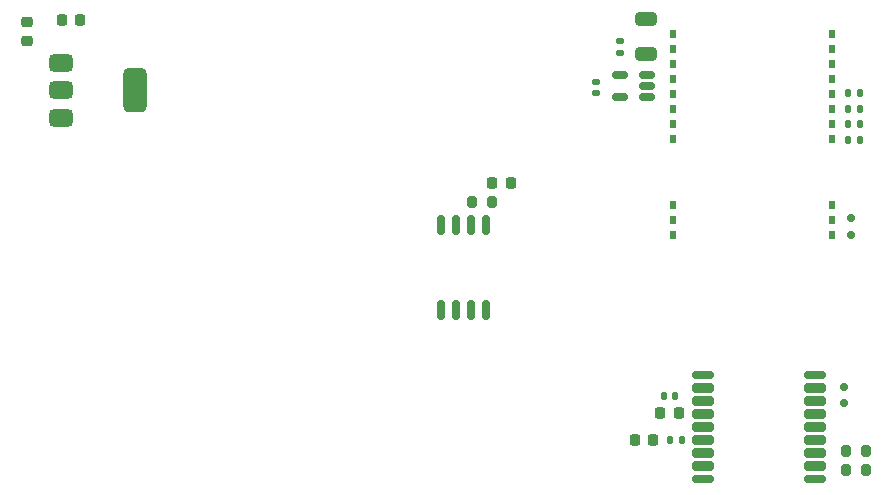
<source format=gbr>
%TF.GenerationSoftware,KiCad,Pcbnew,9.0.6*%
%TF.CreationDate,2026-01-10T10:28:34+02:00*%
%TF.ProjectId,flight_comp,666c6967-6874-45f6-936f-6d702e6b6963,rev?*%
%TF.SameCoordinates,Original*%
%TF.FileFunction,Paste,Bot*%
%TF.FilePolarity,Positive*%
%FSLAX46Y46*%
G04 Gerber Fmt 4.6, Leading zero omitted, Abs format (unit mm)*
G04 Created by KiCad (PCBNEW 9.0.6) date 2026-01-10 10:28:34*
%MOMM*%
%LPD*%
G01*
G04 APERTURE LIST*
G04 Aperture macros list*
%AMRoundRect*
0 Rectangle with rounded corners*
0 $1 Rounding radius*
0 $2 $3 $4 $5 $6 $7 $8 $9 X,Y pos of 4 corners*
0 Add a 4 corners polygon primitive as box body*
4,1,4,$2,$3,$4,$5,$6,$7,$8,$9,$2,$3,0*
0 Add four circle primitives for the rounded corners*
1,1,$1+$1,$2,$3*
1,1,$1+$1,$4,$5*
1,1,$1+$1,$6,$7*
1,1,$1+$1,$8,$9*
0 Add four rect primitives between the rounded corners*
20,1,$1+$1,$2,$3,$4,$5,0*
20,1,$1+$1,$4,$5,$6,$7,0*
20,1,$1+$1,$6,$7,$8,$9,0*
20,1,$1+$1,$8,$9,$2,$3,0*%
G04 Aperture macros list end*
%ADD10RoundRect,0.162500X0.162500X-0.650000X0.162500X0.650000X-0.162500X0.650000X-0.162500X-0.650000X0*%
%ADD11RoundRect,0.135000X0.135000X0.185000X-0.135000X0.185000X-0.135000X-0.185000X0.135000X-0.185000X0*%
%ADD12R,0.500000X0.800000*%
%ADD13RoundRect,0.140000X0.170000X-0.140000X0.170000X0.140000X-0.170000X0.140000X-0.170000X-0.140000X0*%
%ADD14RoundRect,0.200000X0.200000X0.275000X-0.200000X0.275000X-0.200000X-0.275000X0.200000X-0.275000X0*%
%ADD15RoundRect,0.375000X-0.625000X-0.375000X0.625000X-0.375000X0.625000X0.375000X-0.625000X0.375000X0*%
%ADD16RoundRect,0.500000X-0.500000X-1.400000X0.500000X-1.400000X0.500000X1.400000X-0.500000X1.400000X0*%
%ADD17RoundRect,0.250000X-0.650000X0.325000X-0.650000X-0.325000X0.650000X-0.325000X0.650000X0.325000X0*%
%ADD18RoundRect,0.175000X-0.725000X-0.175000X0.725000X-0.175000X0.725000X0.175000X-0.725000X0.175000X0*%
%ADD19RoundRect,0.200000X-0.700000X-0.200000X0.700000X-0.200000X0.700000X0.200000X-0.700000X0.200000X0*%
%ADD20RoundRect,0.225000X0.250000X-0.225000X0.250000X0.225000X-0.250000X0.225000X-0.250000X-0.225000X0*%
%ADD21RoundRect,0.150000X-0.200000X0.150000X-0.200000X-0.150000X0.200000X-0.150000X0.200000X0.150000X0*%
%ADD22RoundRect,0.225000X0.225000X0.250000X-0.225000X0.250000X-0.225000X-0.250000X0.225000X-0.250000X0*%
%ADD23RoundRect,0.150000X0.512500X0.150000X-0.512500X0.150000X-0.512500X-0.150000X0.512500X-0.150000X0*%
%ADD24RoundRect,0.135000X-0.135000X-0.185000X0.135000X-0.185000X0.135000X0.185000X-0.135000X0.185000X0*%
%ADD25RoundRect,0.200000X-0.200000X-0.275000X0.200000X-0.275000X0.200000X0.275000X-0.200000X0.275000X0*%
%ADD26RoundRect,0.225000X-0.225000X-0.250000X0.225000X-0.250000X0.225000X0.250000X-0.225000X0.250000X0*%
%ADD27RoundRect,0.140000X0.140000X0.170000X-0.140000X0.170000X-0.140000X-0.170000X0.140000X-0.170000X0*%
%ADD28RoundRect,0.140000X-0.170000X0.140000X-0.170000X-0.140000X0.170000X-0.140000X0.170000X0.140000X0*%
%ADD29RoundRect,0.218750X-0.218750X-0.256250X0.218750X-0.256250X0.218750X0.256250X-0.218750X0.256250X0*%
G04 APERTURE END LIST*
D10*
%TO.C,U4*%
X119105000Y-112187500D03*
X117835000Y-112187500D03*
X116565000Y-112187500D03*
X115295000Y-112187500D03*
X115295000Y-105012500D03*
X116565000Y-105012500D03*
X117835000Y-105012500D03*
X119105000Y-105012500D03*
%TD*%
D11*
%TO.C,R4*%
X150710000Y-97800000D03*
X149690000Y-97800000D03*
%TD*%
D12*
%TO.C,E22-400M22S2*%
X134866750Y-105820095D03*
X134866750Y-104550095D03*
X134866750Y-103280095D03*
X134866750Y-97710095D03*
X134866750Y-96440095D03*
X134866750Y-95170095D03*
X134866750Y-93900095D03*
X134866750Y-92630095D03*
X134866750Y-91360095D03*
X134866750Y-90090095D03*
X134866750Y-88820095D03*
X148366750Y-88820095D03*
X148366750Y-90090095D03*
X148366750Y-91360095D03*
X148366750Y-92630095D03*
X148366750Y-93900095D03*
X148366750Y-95170095D03*
X148366750Y-96440095D03*
X148366750Y-97710095D03*
X148366750Y-103280095D03*
X148366750Y-104550095D03*
X148366750Y-105820095D03*
%TD*%
D13*
%TO.C,C3*%
X128400000Y-93800000D03*
X128400000Y-92840000D03*
%TD*%
D14*
%TO.C,R26*%
X151225000Y-124100000D03*
X149575000Y-124100000D03*
%TD*%
D15*
%TO.C,U7*%
X83050000Y-95900000D03*
X83050000Y-93600000D03*
D16*
X89350000Y-93600000D03*
D15*
X83050000Y-91300000D03*
%TD*%
D11*
%TO.C,R1*%
X150710000Y-93800000D03*
X149690000Y-93800000D03*
%TD*%
D17*
%TO.C,C5*%
X132600000Y-87525000D03*
X132600000Y-90475000D03*
%TD*%
D18*
%TO.C,U2*%
X137450000Y-126500000D03*
D19*
X137450000Y-125400000D03*
X137450000Y-124300000D03*
X137450000Y-123200000D03*
X137450000Y-122100000D03*
X137450000Y-121000000D03*
X137450000Y-119900000D03*
X137450000Y-118800000D03*
D18*
X137450000Y-117700000D03*
X146950000Y-117700000D03*
D19*
X146950000Y-118800000D03*
X146950000Y-119900000D03*
X146950000Y-121000000D03*
X146950000Y-122100000D03*
X146950000Y-123200000D03*
X146950000Y-124300000D03*
X146950000Y-125400000D03*
D18*
X146950000Y-126500000D03*
%TD*%
D20*
%TO.C,C18*%
X80200000Y-89375000D03*
X80200000Y-87825000D03*
%TD*%
D21*
%TO.C,D2*%
X149950000Y-105800000D03*
X149950000Y-104400000D03*
%TD*%
D22*
%TO.C,C42*%
X135375000Y-120900000D03*
X133825000Y-120900000D03*
%TD*%
D23*
%TO.C,U3*%
X132737500Y-92250000D03*
X132737500Y-93200000D03*
X132737500Y-94150000D03*
X130462500Y-94150000D03*
X130462500Y-92250000D03*
%TD*%
D21*
%TO.C,D5*%
X149400000Y-120100000D03*
X149400000Y-118700000D03*
%TD*%
D24*
%TO.C,R48*%
X134690000Y-123150000D03*
X135710000Y-123150000D03*
%TD*%
D25*
%TO.C,R7*%
X117900000Y-103050000D03*
X119550000Y-103050000D03*
%TD*%
D11*
%TO.C,R2*%
X150710000Y-95200000D03*
X149690000Y-95200000D03*
%TD*%
D26*
%TO.C,C10*%
X119625000Y-101400000D03*
X121175000Y-101400000D03*
%TD*%
D11*
%TO.C,R3*%
X150710000Y-96400000D03*
X149690000Y-96400000D03*
%TD*%
D27*
%TO.C,C41*%
X135080000Y-119500000D03*
X134120000Y-119500000D03*
%TD*%
D28*
%TO.C,C4*%
X130400000Y-89440000D03*
X130400000Y-90400000D03*
%TD*%
D29*
%TO.C,TX4*%
X131662500Y-123150000D03*
X133237500Y-123150000D03*
%TD*%
D22*
%TO.C,C19*%
X84725000Y-87600000D03*
X83175000Y-87600000D03*
%TD*%
D14*
%TO.C,R27*%
X151225000Y-125700000D03*
X149575000Y-125700000D03*
%TD*%
M02*

</source>
